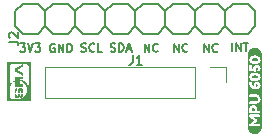
<source format=gbr>
%TF.GenerationSoftware,KiCad,Pcbnew,6.0.1-79c1e3a40b~116~ubuntu20.04.1*%
%TF.CreationDate,2022-02-02T00:48:05+05:30*%
%TF.ProjectId,mpu,6d70752e-6b69-4636-9164-5f7063625858,rev?*%
%TF.SameCoordinates,Original*%
%TF.FileFunction,Legend,Top*%
%TF.FilePolarity,Positive*%
%FSLAX46Y46*%
G04 Gerber Fmt 4.6, Leading zero omitted, Abs format (unit mm)*
G04 Created by KiCad (PCBNEW 6.0.1-79c1e3a40b~116~ubuntu20.04.1) date 2022-02-02 00:48:05*
%MOMM*%
%LPD*%
G01*
G04 APERTURE LIST*
%ADD10C,0.175000*%
%ADD11C,0.150000*%
%ADD12C,0.152400*%
%ADD13C,0.120000*%
G04 APERTURE END LIST*
D10*
X54526666Y-57025301D02*
X54626666Y-57058634D01*
X54793333Y-57058634D01*
X54860000Y-57025301D01*
X54893333Y-56991968D01*
X54926666Y-56925301D01*
X54926666Y-56858634D01*
X54893333Y-56791968D01*
X54860000Y-56758634D01*
X54793333Y-56725301D01*
X54660000Y-56691968D01*
X54593333Y-56658634D01*
X54560000Y-56625301D01*
X54526666Y-56558634D01*
X54526666Y-56491968D01*
X54560000Y-56425301D01*
X54593333Y-56391968D01*
X54660000Y-56358634D01*
X54826666Y-56358634D01*
X54926666Y-56391968D01*
X55626666Y-56991968D02*
X55593333Y-57025301D01*
X55493333Y-57058634D01*
X55426666Y-57058634D01*
X55326666Y-57025301D01*
X55260000Y-56958634D01*
X55226666Y-56891968D01*
X55193333Y-56758634D01*
X55193333Y-56658634D01*
X55226666Y-56525301D01*
X55260000Y-56458634D01*
X55326666Y-56391968D01*
X55426666Y-56358634D01*
X55493333Y-56358634D01*
X55593333Y-56391968D01*
X55626666Y-56425301D01*
X56260000Y-57058634D02*
X55926666Y-57058634D01*
X55926666Y-56358634D01*
X59880000Y-57068634D02*
X59880000Y-56368634D01*
X60280000Y-57068634D01*
X60280000Y-56368634D01*
X61013333Y-57001968D02*
X60980000Y-57035301D01*
X60880000Y-57068634D01*
X60813333Y-57068634D01*
X60713333Y-57035301D01*
X60646666Y-56968634D01*
X60613333Y-56901968D01*
X60580000Y-56768634D01*
X60580000Y-56668634D01*
X60613333Y-56535301D01*
X60646666Y-56468634D01*
X60713333Y-56401968D01*
X60813333Y-56368634D01*
X60880000Y-56368634D01*
X60980000Y-56401968D01*
X61013333Y-56435301D01*
X67286666Y-57038634D02*
X67286666Y-56338634D01*
X67620000Y-57038634D02*
X67620000Y-56338634D01*
X68020000Y-57038634D01*
X68020000Y-56338634D01*
X68253333Y-56338634D02*
X68653333Y-56338634D01*
X68453333Y-57038634D02*
X68453333Y-56338634D01*
X52266666Y-56411968D02*
X52200000Y-56378634D01*
X52100000Y-56378634D01*
X52000000Y-56411968D01*
X51933333Y-56478634D01*
X51900000Y-56545301D01*
X51866666Y-56678634D01*
X51866666Y-56778634D01*
X51900000Y-56911968D01*
X51933333Y-56978634D01*
X52000000Y-57045301D01*
X52100000Y-57078634D01*
X52166666Y-57078634D01*
X52266666Y-57045301D01*
X52300000Y-57011968D01*
X52300000Y-56778634D01*
X52166666Y-56778634D01*
X52600000Y-57078634D02*
X52600000Y-56378634D01*
X53000000Y-57078634D01*
X53000000Y-56378634D01*
X53333333Y-57078634D02*
X53333333Y-56378634D01*
X53500000Y-56378634D01*
X53600000Y-56411968D01*
X53666666Y-56478634D01*
X53700000Y-56545301D01*
X53733333Y-56678634D01*
X53733333Y-56778634D01*
X53700000Y-56911968D01*
X53666666Y-56978634D01*
X53600000Y-57045301D01*
X53500000Y-57078634D01*
X53333333Y-57078634D01*
X64930000Y-57078634D02*
X64930000Y-56378634D01*
X65330000Y-57078634D01*
X65330000Y-56378634D01*
X66063333Y-57011968D02*
X66030000Y-57045301D01*
X65930000Y-57078634D01*
X65863333Y-57078634D01*
X65763333Y-57045301D01*
X65696666Y-56978634D01*
X65663333Y-56911968D01*
X65630000Y-56778634D01*
X65630000Y-56678634D01*
X65663333Y-56545301D01*
X65696666Y-56478634D01*
X65763333Y-56411968D01*
X65863333Y-56378634D01*
X65930000Y-56378634D01*
X66030000Y-56411968D01*
X66063333Y-56445301D01*
X57010000Y-57015301D02*
X57110000Y-57048634D01*
X57276666Y-57048634D01*
X57343333Y-57015301D01*
X57376666Y-56981968D01*
X57410000Y-56915301D01*
X57410000Y-56848634D01*
X57376666Y-56781968D01*
X57343333Y-56748634D01*
X57276666Y-56715301D01*
X57143333Y-56681968D01*
X57076666Y-56648634D01*
X57043333Y-56615301D01*
X57010000Y-56548634D01*
X57010000Y-56481968D01*
X57043333Y-56415301D01*
X57076666Y-56381968D01*
X57143333Y-56348634D01*
X57310000Y-56348634D01*
X57410000Y-56381968D01*
X57710000Y-57048634D02*
X57710000Y-56348634D01*
X57876666Y-56348634D01*
X57976666Y-56381968D01*
X58043333Y-56448634D01*
X58076666Y-56515301D01*
X58110000Y-56648634D01*
X58110000Y-56748634D01*
X58076666Y-56881968D01*
X58043333Y-56948634D01*
X57976666Y-57015301D01*
X57876666Y-57048634D01*
X57710000Y-57048634D01*
X58376666Y-56848634D02*
X58710000Y-56848634D01*
X58310000Y-57048634D02*
X58543333Y-56348634D01*
X58776666Y-57048634D01*
X62380000Y-57068634D02*
X62380000Y-56368634D01*
X62780000Y-57068634D01*
X62780000Y-56368634D01*
X63513333Y-57001968D02*
X63480000Y-57035301D01*
X63380000Y-57068634D01*
X63313333Y-57068634D01*
X63213333Y-57035301D01*
X63146666Y-56968634D01*
X63113333Y-56901968D01*
X63080000Y-56768634D01*
X63080000Y-56668634D01*
X63113333Y-56535301D01*
X63146666Y-56468634D01*
X63213333Y-56401968D01*
X63313333Y-56368634D01*
X63380000Y-56368634D01*
X63480000Y-56401968D01*
X63513333Y-56435301D01*
X49353333Y-56358634D02*
X49786666Y-56358634D01*
X49553333Y-56625301D01*
X49653333Y-56625301D01*
X49720000Y-56658634D01*
X49753333Y-56691968D01*
X49786666Y-56758634D01*
X49786666Y-56925301D01*
X49753333Y-56991968D01*
X49720000Y-57025301D01*
X49653333Y-57058634D01*
X49453333Y-57058634D01*
X49386666Y-57025301D01*
X49353333Y-56991968D01*
X49986666Y-56358634D02*
X50220000Y-57058634D01*
X50453333Y-56358634D01*
X50620000Y-56358634D02*
X51053333Y-56358634D01*
X50820000Y-56625301D01*
X50920000Y-56625301D01*
X50986666Y-56658634D01*
X51020000Y-56691968D01*
X51053333Y-56758634D01*
X51053333Y-56925301D01*
X51020000Y-56991968D01*
X50986666Y-57025301D01*
X50920000Y-57058634D01*
X50720000Y-57058634D01*
X50653333Y-57025301D01*
X50620000Y-56991968D01*
D11*
%TO.C,J2*%
X48381904Y-56215420D02*
X48953333Y-56215420D01*
X49067619Y-56253515D01*
X49143809Y-56329706D01*
X49181904Y-56443991D01*
X49181904Y-56520182D01*
X48458095Y-55872563D02*
X48420000Y-55834468D01*
X48381904Y-55758277D01*
X48381904Y-55567801D01*
X48420000Y-55491610D01*
X48458095Y-55453515D01*
X48534285Y-55415420D01*
X48610476Y-55415420D01*
X48724761Y-55453515D01*
X49181904Y-55910658D01*
X49181904Y-55415420D01*
%TO.C,J1*%
X58863333Y-57363872D02*
X58863333Y-57935301D01*
X58825238Y-58049587D01*
X58749047Y-58125777D01*
X58634761Y-58163872D01*
X58558571Y-58163872D01*
X59663333Y-58163872D02*
X59206190Y-58163872D01*
X59434761Y-58163872D02*
X59434761Y-57363872D01*
X59358571Y-57478158D01*
X59282380Y-57554348D01*
X59206190Y-57592444D01*
%TO.C,kibuzzard-61F904D7*%
G36*
X69174280Y-61805798D02*
G01*
X69202220Y-61880728D01*
X69202220Y-62040748D01*
X68977430Y-62040748D01*
X68977430Y-61881998D01*
X69006005Y-61805798D01*
X69090460Y-61768968D01*
X69174280Y-61805798D01*
G37*
G36*
X69335253Y-59051724D02*
G01*
X69413040Y-59076251D01*
X69459713Y-59117129D01*
X69475270Y-59174358D01*
X69459276Y-59230476D01*
X69411294Y-59270561D01*
X69331323Y-59294611D01*
X69219365Y-59302628D01*
X69107407Y-59294532D01*
X69027436Y-59270243D01*
X68979454Y-59229762D01*
X68963460Y-59173088D01*
X68979414Y-59116414D01*
X69027277Y-59075933D01*
X69107049Y-59051644D01*
X69218730Y-59043548D01*
X69226350Y-59043548D01*
X69335253Y-59051724D01*
G37*
G36*
X69335253Y-57606464D02*
G01*
X69413040Y-57630991D01*
X69459713Y-57671869D01*
X69475270Y-57729098D01*
X69459276Y-57785216D01*
X69411294Y-57825301D01*
X69331323Y-57849351D01*
X69219365Y-57857368D01*
X69107407Y-57849272D01*
X69027436Y-57824983D01*
X68979454Y-57784502D01*
X68963460Y-57727828D01*
X68979414Y-57671154D01*
X69027277Y-57630673D01*
X69107049Y-57606384D01*
X69218730Y-57598288D01*
X69226350Y-57598288D01*
X69335253Y-57606464D01*
G37*
G36*
X68635664Y-57263029D02*
G01*
X68644119Y-57206031D01*
X68658120Y-57150137D01*
X68677532Y-57095884D01*
X68702168Y-57043794D01*
X68731792Y-56994371D01*
X68766117Y-56948089D01*
X68804813Y-56905394D01*
X68847508Y-56866698D01*
X68893790Y-56832373D01*
X68943213Y-56802750D01*
X68995302Y-56778113D01*
X69049555Y-56758701D01*
X69105450Y-56744700D01*
X69162448Y-56736245D01*
X69220000Y-56733418D01*
X69277552Y-56736245D01*
X69334550Y-56744700D01*
X69390445Y-56758701D01*
X69444698Y-56778113D01*
X69496787Y-56802750D01*
X69546210Y-56832373D01*
X69592492Y-56866698D01*
X69635187Y-56905394D01*
X69673883Y-56948089D01*
X69708208Y-56994371D01*
X69737832Y-57043794D01*
X69762468Y-57095884D01*
X69781880Y-57150137D01*
X69795881Y-57206031D01*
X69804336Y-57263029D01*
X69807163Y-57320581D01*
X69807163Y-63423355D01*
X69804336Y-63480907D01*
X69795881Y-63537905D01*
X69781880Y-63593799D01*
X69762468Y-63648052D01*
X69737832Y-63700142D01*
X69708208Y-63749565D01*
X69673883Y-63795847D01*
X69635187Y-63838542D01*
X69592492Y-63877238D01*
X69546210Y-63911563D01*
X69496787Y-63941186D01*
X69444698Y-63965823D01*
X69390445Y-63985235D01*
X69334550Y-63999236D01*
X69277552Y-64007691D01*
X69220000Y-64010518D01*
X69162448Y-64007691D01*
X69105450Y-63999236D01*
X69049555Y-63985235D01*
X68995302Y-63965823D01*
X68943213Y-63941186D01*
X68893790Y-63911563D01*
X68847508Y-63877238D01*
X68804813Y-63838542D01*
X68766117Y-63795847D01*
X68731792Y-63749565D01*
X68702168Y-63700142D01*
X68677532Y-63648052D01*
X68658120Y-63593799D01*
X68644119Y-63537905D01*
X68635664Y-63480907D01*
X68632837Y-63423355D01*
X68632837Y-63257408D01*
X68753910Y-63257408D01*
X68762165Y-63322178D01*
X68786930Y-63356468D01*
X68820585Y-63368533D01*
X68864400Y-63370438D01*
X69569250Y-63370438D01*
X69614970Y-63368533D01*
X69647990Y-63356468D01*
X69673708Y-63322813D01*
X69682280Y-63259948D01*
X69673708Y-63195178D01*
X69647990Y-63160888D01*
X69615605Y-63148823D01*
X69571790Y-63146918D01*
X69143800Y-63146918D01*
X69175391Y-63123423D01*
X69254925Y-63065638D01*
X69340491Y-63003091D01*
X69390180Y-62965308D01*
X69404150Y-62955148D01*
X69430185Y-62921493D01*
X69443520Y-62869423D01*
X69428915Y-62816083D01*
X69406055Y-62784968D01*
X69376210Y-62762108D01*
X69338586Y-62734486D01*
X69268895Y-62684638D01*
X69194759Y-62630981D01*
X69143800Y-62591928D01*
X69569250Y-62591928D01*
X69635290Y-62585578D01*
X69660690Y-62567798D01*
X69675930Y-62534778D01*
X69682280Y-62476358D01*
X69674660Y-62415398D01*
X69641323Y-62379203D01*
X69571790Y-62367138D01*
X68866940Y-62367138D01*
X68822490Y-62369043D01*
X68788200Y-62381108D01*
X68762482Y-62414604D01*
X68753910Y-62479533D01*
X68762482Y-62545414D01*
X68788200Y-62581768D01*
X68832548Y-62616464D01*
X68892442Y-62662642D01*
X68967880Y-62720300D01*
X69058862Y-62789438D01*
X69165390Y-62870058D01*
X68786930Y-63158348D01*
X68779310Y-63165968D01*
X68762165Y-63198353D01*
X68753910Y-63257408D01*
X68632837Y-63257408D01*
X68632837Y-62152508D01*
X68752640Y-62152508D01*
X68761212Y-62217913D01*
X68786930Y-62251568D01*
X68820585Y-62263633D01*
X68864400Y-62265538D01*
X69569250Y-62265538D01*
X69635290Y-62257918D01*
X69670533Y-62224263D01*
X69682280Y-62153778D01*
X69673708Y-62088373D01*
X69647990Y-62054718D01*
X69614335Y-62042653D01*
X69570520Y-62040748D01*
X69427010Y-62040748D01*
X69427010Y-61881998D01*
X69417979Y-61807491D01*
X69390886Y-61734678D01*
X69345730Y-61663558D01*
X69299534Y-61616251D01*
X69239685Y-61578468D01*
X69169041Y-61553703D01*
X69090460Y-61545448D01*
X69011720Y-61553703D01*
X68940600Y-61578468D01*
X68880275Y-61616251D01*
X68833920Y-61663558D01*
X68788764Y-61734537D01*
X68761671Y-61806927D01*
X68752640Y-61880728D01*
X68752640Y-62152508D01*
X68632837Y-62152508D01*
X68632837Y-61349868D01*
X68751370Y-61349868D01*
X68758990Y-61414638D01*
X68785660Y-61448928D01*
X68819315Y-61460993D01*
X68864400Y-61462898D01*
X69246670Y-61462898D01*
X69329538Y-61456469D01*
X69407960Y-61437181D01*
X69481938Y-61405034D01*
X69551470Y-61360028D01*
X69611160Y-61303037D01*
X69658150Y-61231123D01*
X69688630Y-61147303D01*
X69698790Y-61054593D01*
X69688789Y-60961724D01*
X69658785Y-60877428D01*
X69612589Y-60804721D01*
X69554010Y-60746618D01*
X69483525Y-60701057D01*
X69409230Y-60668513D01*
X69331125Y-60648987D01*
X69249210Y-60642478D01*
X68865670Y-60642478D01*
X68799630Y-60650098D01*
X68772960Y-60666608D01*
X68757720Y-60699628D01*
X68751370Y-60757413D01*
X68758990Y-60817738D01*
X68786930Y-60854568D01*
X68856780Y-60867268D01*
X69245400Y-60867268D01*
X69330173Y-60878698D01*
X69404150Y-60912988D01*
X69455585Y-60970456D01*
X69472730Y-61051418D01*
X69451140Y-61141588D01*
X69393990Y-61198738D01*
X69322235Y-61227313D01*
X69246670Y-61236838D01*
X68865670Y-61236838D01*
X68785660Y-61252078D01*
X68758990Y-61285098D01*
X68751370Y-61349868D01*
X68632837Y-61349868D01*
X68632837Y-59724268D01*
X68752640Y-59724268D01*
X68759142Y-59815733D01*
X68778650Y-59899122D01*
X68811162Y-59974433D01*
X68856678Y-60041666D01*
X68915200Y-60100823D01*
X68983424Y-60150429D01*
X69058050Y-60189012D01*
X69139076Y-60216571D01*
X69226502Y-60233106D01*
X69320330Y-60238618D01*
X69425246Y-60229305D01*
X69516474Y-60201365D01*
X69594015Y-60154798D01*
X69652929Y-60089887D01*
X69688277Y-60006914D01*
X69700060Y-59905878D01*
X69690464Y-59822975D01*
X69661678Y-59748680D01*
X69613700Y-59682993D01*
X69551470Y-59631840D01*
X69479927Y-59601149D01*
X69399070Y-59590918D01*
X69331972Y-59600866D01*
X69269530Y-59630711D01*
X69211745Y-59680453D01*
X69165531Y-59744165D01*
X69137803Y-59815920D01*
X69128560Y-59895718D01*
X69150150Y-59989698D01*
X69132370Y-59983348D01*
X69087920Y-59959853D01*
X69038390Y-59914768D01*
X68995210Y-59837933D01*
X68977430Y-59736968D01*
X68969810Y-59663308D01*
X68953300Y-59637908D01*
X68920280Y-59622668D01*
X68861860Y-59616318D01*
X68800900Y-59623938D01*
X68764705Y-59653783D01*
X68752640Y-59724268D01*
X68632837Y-59724268D01*
X68632837Y-59173088D01*
X68738670Y-59173088D01*
X68747401Y-59255479D01*
X68773595Y-59327393D01*
X68812647Y-59386607D01*
X68859955Y-59430898D01*
X68921074Y-59465982D01*
X69001560Y-59497573D01*
X69065766Y-59514154D01*
X69138156Y-59524102D01*
X69218730Y-59527418D01*
X69307771Y-59523326D01*
X69390321Y-59511049D01*
X69466380Y-59490588D01*
X69530198Y-59463124D01*
X69584490Y-59428993D01*
X69630051Y-59384226D01*
X69667675Y-59324853D01*
X69692916Y-59253257D01*
X69701330Y-59171818D01*
X69693075Y-59090697D01*
X69668310Y-59020053D01*
X69630845Y-58961792D01*
X69584490Y-58917818D01*
X69511227Y-58874479D01*
X69426058Y-58843523D01*
X69328982Y-58824949D01*
X69220000Y-58818758D01*
X69136039Y-58822991D01*
X69055182Y-58835691D01*
X68977430Y-58856858D01*
X68913295Y-58883369D01*
X68858050Y-58917183D01*
X68811377Y-58961633D01*
X68772960Y-59020053D01*
X68747242Y-59091014D01*
X68738670Y-59173088D01*
X68632837Y-59173088D01*
X68632837Y-58588888D01*
X68750100Y-58588888D01*
X68762165Y-58640323D01*
X68789470Y-58673343D01*
X68823760Y-58691758D01*
X68850430Y-58700648D01*
X68903135Y-58707951D01*
X69046010Y-58727318D01*
X69191107Y-58746368D01*
X69250480Y-58752718D01*
X69281595Y-58738748D01*
X69320330Y-58679693D01*
X69344460Y-58599683D01*
X69315250Y-58530468D01*
X69292390Y-58469508D01*
X69317155Y-58401563D01*
X69384465Y-58371718D01*
X69451140Y-58399023D01*
X69475270Y-58482843D01*
X69448600Y-58562218D01*
X69407960Y-58647308D01*
X69449870Y-58720968D01*
X69532420Y-58767958D01*
X69608620Y-58719698D01*
X69617510Y-58709538D01*
X69641640Y-58677788D01*
X69674801Y-58611748D01*
X69694698Y-58540628D01*
X69701330Y-58464428D01*
X69690817Y-58378774D01*
X69659279Y-58302997D01*
X69606715Y-58237098D01*
X69539546Y-58186298D01*
X69464193Y-58155818D01*
X69380655Y-58145658D01*
X69297541Y-58156382D01*
X69223457Y-58188556D01*
X69158405Y-58242178D01*
X69107958Y-58309206D01*
X69077689Y-58381596D01*
X69067600Y-58459348D01*
X69070140Y-58503798D01*
X68973620Y-58491098D01*
X68973620Y-58268848D01*
X68971715Y-58227573D01*
X68959650Y-58196458D01*
X68928217Y-58172646D01*
X68866940Y-58164708D01*
X68799630Y-58173281D01*
X68765340Y-58198998D01*
X68753275Y-58232018D01*
X68751370Y-58276468D01*
X68751370Y-58395848D01*
X68750100Y-58588888D01*
X68632837Y-58588888D01*
X68632837Y-57727828D01*
X68738670Y-57727828D01*
X68747401Y-57810219D01*
X68773595Y-57882133D01*
X68812647Y-57941347D01*
X68859955Y-57985638D01*
X68921074Y-58020722D01*
X69001560Y-58052313D01*
X69065766Y-58068894D01*
X69138156Y-58078842D01*
X69218730Y-58082158D01*
X69307771Y-58078066D01*
X69390321Y-58065789D01*
X69466380Y-58045328D01*
X69530198Y-58017864D01*
X69584490Y-57983733D01*
X69630051Y-57938966D01*
X69667675Y-57879593D01*
X69692916Y-57807997D01*
X69701330Y-57726558D01*
X69693075Y-57645437D01*
X69668310Y-57574793D01*
X69630845Y-57516532D01*
X69584490Y-57472558D01*
X69511227Y-57429219D01*
X69426058Y-57398263D01*
X69328982Y-57379689D01*
X69220000Y-57373498D01*
X69136039Y-57377731D01*
X69055182Y-57390431D01*
X68977430Y-57411598D01*
X68913295Y-57438109D01*
X68858050Y-57471923D01*
X68811377Y-57516373D01*
X68772960Y-57574793D01*
X68747242Y-57645754D01*
X68738670Y-57727828D01*
X68632837Y-57727828D01*
X68632837Y-57320581D01*
X68635664Y-57263029D01*
G37*
G36*
X69470508Y-59837616D02*
G01*
X69491780Y-59910958D01*
X69462570Y-59992238D01*
X69434630Y-60004303D01*
X69397800Y-60007478D01*
X69350175Y-59981443D01*
X69326680Y-59906513D01*
X69352080Y-59835393D01*
X69406690Y-59813168D01*
X69470508Y-59837616D01*
G37*
%TO.C,G\u002A\u002A\u002A*%
G36*
X49313099Y-60172372D02*
G01*
X49335855Y-60172372D01*
X49335855Y-60154672D01*
X49351026Y-60154672D01*
X49351026Y-60172372D01*
X49423088Y-60172372D01*
X49423088Y-60154672D01*
X49439524Y-60154672D01*
X49439524Y-60172372D01*
X49457781Y-60172372D01*
X49464981Y-60172457D01*
X49470776Y-60172697D01*
X49474810Y-60173069D01*
X49476730Y-60173548D01*
X49476819Y-60173636D01*
X49478389Y-60174269D01*
X49481762Y-60174722D01*
X49486216Y-60174900D01*
X49495030Y-60174900D01*
X49495406Y-60182802D01*
X49495783Y-60190703D01*
X49504892Y-60191074D01*
X49514001Y-60191444D01*
X49514374Y-60199923D01*
X49514746Y-60208403D01*
X49523280Y-60208777D01*
X49531814Y-60209150D01*
X49531814Y-60216575D01*
X49531916Y-60221977D01*
X49532477Y-60225337D01*
X49533877Y-60227137D01*
X49536497Y-60227863D01*
X49540719Y-60227999D01*
X49540799Y-60227999D01*
X49545036Y-60228114D01*
X49547305Y-60228570D01*
X49548159Y-60229532D01*
X49548230Y-60230211D01*
X49548301Y-60232132D01*
X49548512Y-60236136D01*
X49548836Y-60241784D01*
X49549249Y-60248637D01*
X49549717Y-60256128D01*
X49551223Y-60279833D01*
X49567213Y-60279833D01*
X49567213Y-60514983D01*
X49498505Y-60514983D01*
X49485133Y-60514968D01*
X49472186Y-60514924D01*
X49459949Y-60514855D01*
X49448705Y-60514763D01*
X49438739Y-60514651D01*
X49430334Y-60514522D01*
X49423775Y-60514380D01*
X49419346Y-60514226D01*
X49418226Y-60514161D01*
X49406653Y-60513340D01*
X49406661Y-60465172D01*
X49406621Y-60453214D01*
X49406505Y-60441051D01*
X49406323Y-60429155D01*
X49406084Y-60417999D01*
X49405798Y-60408053D01*
X49405476Y-60399789D01*
X49405199Y-60394741D01*
X49403731Y-60372478D01*
X49391601Y-60371675D01*
X49382307Y-60371228D01*
X49371323Y-60370969D01*
X49359480Y-60370898D01*
X49347610Y-60371015D01*
X49336545Y-60371320D01*
X49329099Y-60371683D01*
X49315627Y-60372507D01*
X49315627Y-60379165D01*
X49315508Y-60384345D01*
X49314850Y-60387500D01*
X49313200Y-60389130D01*
X49310105Y-60389737D01*
X49306010Y-60389822D01*
X49297928Y-60389822D01*
X49297708Y-60398988D01*
X49297664Y-60402690D01*
X49297649Y-60408486D01*
X49297663Y-60415943D01*
X49297704Y-60424626D01*
X49297771Y-60434102D01*
X49297861Y-60443936D01*
X49297864Y-60444185D01*
X49297930Y-60454603D01*
X49297922Y-60465202D01*
X49297845Y-60475423D01*
X49297706Y-60484710D01*
X49297509Y-60492506D01*
X49297299Y-60497599D01*
X49296359Y-60514983D01*
X49152921Y-60514983D01*
X49152104Y-60502656D01*
X49151944Y-60498868D01*
X49151801Y-60492804D01*
X49151676Y-60484719D01*
X49151570Y-60474864D01*
X49151481Y-60463494D01*
X49151411Y-60450861D01*
X49151358Y-60437219D01*
X49151324Y-60422821D01*
X49151308Y-60407920D01*
X49151310Y-60392770D01*
X49151330Y-60377623D01*
X49151368Y-60362732D01*
X49151424Y-60348352D01*
X49151498Y-60334734D01*
X49151590Y-60322133D01*
X49151700Y-60310801D01*
X49151828Y-60300992D01*
X49151974Y-60292959D01*
X49152111Y-60287734D01*
X49152941Y-60262133D01*
X49171219Y-60262133D01*
X49172135Y-60244434D01*
X49173052Y-60226734D01*
X49189203Y-60226734D01*
X49189203Y-60219252D01*
X49189298Y-60213835D01*
X49189856Y-60210462D01*
X49191280Y-60208650D01*
X49193977Y-60207914D01*
X49198351Y-60207771D01*
X49206902Y-60207771D01*
X49206902Y-60199688D01*
X49207016Y-60195151D01*
X49207682Y-60192326D01*
X49209383Y-60190807D01*
X49212602Y-60190191D01*
X49217824Y-60190071D01*
X49225866Y-60190071D01*
X49225866Y-60174020D01*
X49239337Y-60173196D01*
X49245408Y-60172909D01*
X49253190Y-60172665D01*
X49261865Y-60172484D01*
X49270615Y-60172385D01*
X49274736Y-60172372D01*
X49296664Y-60172372D01*
X49296664Y-60154672D01*
X49313099Y-60154672D01*
X49313099Y-60172372D01*
G37*
G36*
X49439524Y-60637591D02*
G01*
X49566580Y-60638247D01*
X49567226Y-60874029D01*
X49551162Y-60874029D01*
X49550337Y-60887500D01*
X49549965Y-60894933D01*
X49549680Y-60903179D01*
X49549527Y-60910842D01*
X49549513Y-60913360D01*
X49549513Y-60925748D01*
X49540979Y-60926122D01*
X49532446Y-60926495D01*
X49532074Y-60935661D01*
X49531703Y-60944827D01*
X49515494Y-60944827D01*
X49515120Y-60953361D01*
X49514746Y-60961894D01*
X49505897Y-60962526D01*
X49497047Y-60963159D01*
X49496415Y-60972640D01*
X49495783Y-60982122D01*
X49432254Y-60982450D01*
X49368726Y-60982778D01*
X49368726Y-60962526D01*
X49353555Y-60962526D01*
X49353555Y-60801967D01*
X49361005Y-60801967D01*
X49365268Y-60801835D01*
X49367913Y-60801115D01*
X49369325Y-60799320D01*
X49369888Y-60795965D01*
X49369990Y-60790638D01*
X49369990Y-60783308D01*
X49403754Y-60781500D01*
X49405362Y-60756651D01*
X49405886Y-60746300D01*
X49406269Y-60733812D01*
X49406505Y-60719574D01*
X49406589Y-60703972D01*
X49406513Y-60687394D01*
X49406496Y-60685656D01*
X49406021Y-60639511D01*
X49414871Y-60638879D01*
X49423720Y-60638247D01*
X49424097Y-60630345D01*
X49424473Y-60622444D01*
X49439524Y-60622444D01*
X49439524Y-60637591D01*
G37*
G36*
X48259981Y-57930861D02*
G01*
X50260020Y-57930861D01*
X50260020Y-61233075D01*
X48259981Y-61233075D01*
X48259981Y-60800703D01*
X48453410Y-60800703D01*
X48468276Y-60800703D01*
X48469039Y-60818718D01*
X48469395Y-60827140D01*
X48469804Y-60836902D01*
X48470218Y-60846815D01*
X48470586Y-60855692D01*
X48470599Y-60856014D01*
X48471396Y-60875293D01*
X48486026Y-60875293D01*
X48486870Y-60891413D01*
X48487228Y-60897641D01*
X48487596Y-60903012D01*
X48487934Y-60906987D01*
X48488200Y-60909031D01*
X48488222Y-60909112D01*
X48489845Y-60910132D01*
X48493803Y-60910639D01*
X48496247Y-60910692D01*
X48503765Y-60910692D01*
X48504524Y-60919226D01*
X48505071Y-60925449D01*
X48505662Y-60932302D01*
X48506000Y-60936293D01*
X48506716Y-60944827D01*
X48525473Y-60944827D01*
X48525473Y-60962411D01*
X48534006Y-60962785D01*
X48542540Y-60963159D01*
X48543804Y-60983387D01*
X48552279Y-60983759D01*
X48560754Y-60984132D01*
X48561504Y-60999822D01*
X48569981Y-61000194D01*
X48578458Y-61000567D01*
X48578830Y-61009044D01*
X48579203Y-61017521D01*
X48588053Y-61018153D01*
X48596903Y-61018786D01*
X48597649Y-61034336D01*
X48631669Y-61036158D01*
X48631669Y-61052288D01*
X48638307Y-61052463D01*
X48641874Y-61052571D01*
X48647356Y-61052753D01*
X48654139Y-61052989D01*
X48661612Y-61053257D01*
X48665804Y-61053411D01*
X48686664Y-61054184D01*
X48687035Y-61061893D01*
X48687407Y-61069602D01*
X48716113Y-61070476D01*
X48720535Y-61070569D01*
X48727325Y-61070655D01*
X48736321Y-61070734D01*
X48747362Y-61070806D01*
X48760286Y-61070870D01*
X48774934Y-61070928D01*
X48791143Y-61070979D01*
X48808753Y-61071022D01*
X48827602Y-61071059D01*
X48847530Y-61071090D01*
X48868375Y-61071113D01*
X48889975Y-61071130D01*
X48912171Y-61071140D01*
X48934800Y-61071143D01*
X48957702Y-61071140D01*
X48980715Y-61071131D01*
X49003679Y-61071115D01*
X49026432Y-61071092D01*
X49048813Y-61071064D01*
X49070661Y-61071029D01*
X49091815Y-61070988D01*
X49112113Y-61070941D01*
X49131395Y-61070888D01*
X49149500Y-61070829D01*
X49166265Y-61070763D01*
X49181531Y-61070692D01*
X49195136Y-61070615D01*
X49206919Y-61070533D01*
X49216718Y-61070444D01*
X49224373Y-61070350D01*
X49227446Y-61070299D01*
X49262529Y-61069639D01*
X49262529Y-61055198D01*
X49274855Y-61054382D01*
X49280854Y-61054075D01*
X49288470Y-61053819D01*
X49296791Y-61053638D01*
X49304908Y-61053556D01*
X49306145Y-61053553D01*
X49314395Y-61053487D01*
X49323241Y-61053315D01*
X49331678Y-61053064D01*
X49338700Y-61052757D01*
X49339332Y-61052721D01*
X49353555Y-61051902D01*
X49353555Y-61037496D01*
X49365127Y-61036674D01*
X49371863Y-61036281D01*
X49379118Y-61035990D01*
X49385495Y-61035856D01*
X49386423Y-61035853D01*
X49392101Y-61035768D01*
X49399146Y-61035540D01*
X49406400Y-61035211D01*
X49409617Y-61035029D01*
X49423088Y-61034204D01*
X49423088Y-61018153D01*
X49439420Y-61018153D01*
X49445741Y-61018096D01*
X49451252Y-61017940D01*
X49455401Y-61017708D01*
X49457639Y-61017422D01*
X49457752Y-61017386D01*
X49458974Y-61016187D01*
X49459597Y-61013450D01*
X49459752Y-61009349D01*
X49459752Y-61002080D01*
X49472078Y-61001293D01*
X49478927Y-61000863D01*
X49487006Y-61000366D01*
X49495019Y-60999882D01*
X49498627Y-60999668D01*
X49512850Y-60998830D01*
X49512850Y-60982861D01*
X49522648Y-60982492D01*
X49532446Y-60982122D01*
X49533184Y-60964002D01*
X49541665Y-60963245D01*
X49547854Y-60962700D01*
X49554684Y-60962110D01*
X49558679Y-60961771D01*
X49567213Y-60961055D01*
X49567213Y-60945132D01*
X49601347Y-60943304D01*
X49601347Y-60936101D01*
X49601600Y-60931883D01*
X49602250Y-60928616D01*
X49602864Y-60927380D01*
X49604920Y-60926553D01*
X49608702Y-60926009D01*
X49612346Y-60925863D01*
X49620311Y-60925863D01*
X49620311Y-60909544D01*
X49628845Y-60909170D01*
X49637378Y-60908796D01*
X49638010Y-60900578D01*
X49638643Y-60892361D01*
X49656604Y-60891271D01*
X49674565Y-60890182D01*
X49674935Y-60881790D01*
X49675306Y-60873397D01*
X49683783Y-60873024D01*
X49692260Y-60872652D01*
X49692633Y-60864175D01*
X49693005Y-60855698D01*
X49701482Y-60855325D01*
X49709960Y-60854952D01*
X49710332Y-60846475D01*
X49710705Y-60837998D01*
X49719238Y-60837624D01*
X49727772Y-60837250D01*
X49727772Y-60829165D01*
X49727956Y-60824865D01*
X49728436Y-60821647D01*
X49729036Y-60820299D01*
X49729669Y-60818729D01*
X49730123Y-60815355D01*
X49730300Y-60810902D01*
X49730301Y-60810802D01*
X49730301Y-60802088D01*
X49738202Y-60801711D01*
X49746104Y-60801335D01*
X49746474Y-60792226D01*
X49746844Y-60783116D01*
X49755324Y-60782744D01*
X49763803Y-60782371D01*
X49764177Y-60773838D01*
X49764551Y-60765304D01*
X49780870Y-60765304D01*
X49780870Y-60756529D01*
X49781040Y-60752044D01*
X49781486Y-60748624D01*
X49782113Y-60746987D01*
X49782135Y-60746972D01*
X49782814Y-60745380D01*
X49783272Y-60742057D01*
X49783399Y-60738740D01*
X49783399Y-60731290D01*
X49791300Y-60730913D01*
X49799202Y-60730537D01*
X49800466Y-60711573D01*
X49809505Y-60711204D01*
X49818545Y-60710836D01*
X49819456Y-60693821D01*
X49820367Y-60676807D01*
X49836238Y-60676807D01*
X49837084Y-60659423D01*
X49837428Y-60652955D01*
X49837784Y-60647339D01*
X49838114Y-60643086D01*
X49838382Y-60640711D01*
X49838438Y-60640459D01*
X49840061Y-60639439D01*
X49844011Y-60638932D01*
X49846430Y-60638879D01*
X49853913Y-60638879D01*
X49854829Y-60621180D01*
X49855745Y-60603480D01*
X49871451Y-60603480D01*
X49872957Y-60579776D01*
X49873432Y-60572167D01*
X49873844Y-60565330D01*
X49874166Y-60559705D01*
X49874375Y-60555731D01*
X49874444Y-60553858D01*
X49874824Y-60552596D01*
X49876363Y-60551921D01*
X49879615Y-60551667D01*
X49881817Y-60551646D01*
X49889209Y-60551646D01*
X49890029Y-60537423D01*
X49890391Y-60529825D01*
X49890672Y-60521396D01*
X49890832Y-60513487D01*
X49890854Y-60510242D01*
X49890860Y-60497283D01*
X49906893Y-60497283D01*
X49907723Y-60469786D01*
X49907983Y-60460349D01*
X49908210Y-60450517D01*
X49908390Y-60441012D01*
X49908510Y-60432557D01*
X49908556Y-60425875D01*
X49908556Y-60425641D01*
X49908614Y-60419260D01*
X49908768Y-60413689D01*
X49908997Y-60409472D01*
X49909279Y-60407152D01*
X49909327Y-60406993D01*
X49910502Y-60405784D01*
X49913187Y-60405160D01*
X49917524Y-60404993D01*
X49924955Y-60404993D01*
X49925312Y-60369910D01*
X49925422Y-60359471D01*
X49925542Y-60348716D01*
X49925666Y-60338246D01*
X49925785Y-60328660D01*
X49925893Y-60320559D01*
X49925962Y-60315864D01*
X49926006Y-60310295D01*
X49926007Y-60302605D01*
X49925965Y-60293203D01*
X49925886Y-60282496D01*
X49925771Y-60270891D01*
X49925625Y-60258797D01*
X49925449Y-60246620D01*
X49925419Y-60244750D01*
X49924583Y-60192600D01*
X49917339Y-60192600D01*
X49912826Y-60192397D01*
X49910303Y-60191705D01*
X49909327Y-60190600D01*
X49909054Y-60188670D01*
X49908823Y-60184719D01*
X49908654Y-60179255D01*
X49908565Y-60172786D01*
X49908556Y-60170056D01*
X49908509Y-60162547D01*
X49908380Y-60153354D01*
X49908186Y-60143320D01*
X49907941Y-60133289D01*
X49907723Y-60125911D01*
X49906894Y-60100310D01*
X49890860Y-60100310D01*
X49890854Y-60087351D01*
X49890767Y-60080179D01*
X49890540Y-60071834D01*
X49890212Y-60063665D01*
X49890029Y-60060170D01*
X49889209Y-60045947D01*
X49874803Y-60045947D01*
X49874019Y-60034885D01*
X49873627Y-60029017D01*
X49873169Y-60021646D01*
X49872709Y-60013795D01*
X49872372Y-60007703D01*
X49871511Y-59991584D01*
X49855745Y-59991584D01*
X49854832Y-59973942D01*
X49853918Y-59956299D01*
X49838394Y-59955553D01*
X49837288Y-59938170D01*
X49836183Y-59920786D01*
X49820367Y-59920786D01*
X49819456Y-59903772D01*
X49818545Y-59886757D01*
X49809505Y-59886388D01*
X49800466Y-59886020D01*
X49799202Y-59867056D01*
X49791300Y-59866680D01*
X49783399Y-59866303D01*
X49783399Y-59858853D01*
X49783200Y-59854729D01*
X49782684Y-59851706D01*
X49782135Y-59850621D01*
X49781541Y-59849071D01*
X49781097Y-59845657D01*
X49780880Y-59841044D01*
X49780870Y-59839800D01*
X49780870Y-59829761D01*
X49764551Y-59829761D01*
X49763803Y-59812693D01*
X49755324Y-59812321D01*
X49746844Y-59811948D01*
X49746104Y-59793730D01*
X49738202Y-59793353D01*
X49730301Y-59792977D01*
X49730301Y-59785526D01*
X49730101Y-59781402D01*
X49729586Y-59778379D01*
X49729036Y-59777294D01*
X49728382Y-59775714D01*
X49727925Y-59772364D01*
X49727772Y-59768428D01*
X49727772Y-59760342D01*
X49719238Y-59759969D01*
X49710705Y-59759595D01*
X49710332Y-59751118D01*
X49709960Y-59742640D01*
X49701482Y-59742268D01*
X49693005Y-59741895D01*
X49692633Y-59733418D01*
X49692260Y-59724941D01*
X49683783Y-59724568D01*
X49675306Y-59724196D01*
X49674935Y-59715803D01*
X49674565Y-59707411D01*
X49656604Y-59706321D01*
X49638643Y-59705232D01*
X49638010Y-59697015D01*
X49637378Y-59688797D01*
X49628845Y-59688423D01*
X49620311Y-59688049D01*
X49620311Y-59669201D01*
X49612829Y-59669201D01*
X49607412Y-59669104D01*
X49604038Y-59668547D01*
X49602226Y-59667131D01*
X49601490Y-59664455D01*
X49601348Y-59660120D01*
X49601347Y-59659714D01*
X49601347Y-59651761D01*
X49584334Y-59650849D01*
X49567321Y-59649938D01*
X49566951Y-59641554D01*
X49566580Y-59633170D01*
X49549886Y-59632083D01*
X49533191Y-59630995D01*
X49532819Y-59623233D01*
X49532446Y-59615471D01*
X49522964Y-59614838D01*
X49513482Y-59614206D01*
X49513109Y-59606423D01*
X49512735Y-59598639D01*
X49474923Y-59596815D01*
X49474923Y-59580704D01*
X49463228Y-59580698D01*
X49456704Y-59580613D01*
X49448897Y-59580390D01*
X49441048Y-59580069D01*
X49437311Y-59579873D01*
X49423088Y-59579053D01*
X49423088Y-59563271D01*
X49403176Y-59562444D01*
X49394708Y-59562119D01*
X49385589Y-59561815D01*
X49376811Y-59561560D01*
X49369365Y-59561386D01*
X49368094Y-59561363D01*
X49352923Y-59561108D01*
X49352600Y-59685811D01*
X49352278Y-59810514D01*
X49368404Y-59811227D01*
X49372527Y-59811353D01*
X49378911Y-59811471D01*
X49387286Y-59811581D01*
X49397385Y-59811679D01*
X49408938Y-59811765D01*
X49421676Y-59811836D01*
X49435332Y-59811891D01*
X49449638Y-59811926D01*
X49464323Y-59811941D01*
X49466705Y-59811942D01*
X49481179Y-59811943D01*
X49495123Y-59811946D01*
X49508297Y-59811950D01*
X49520456Y-59811956D01*
X49531360Y-59811963D01*
X49540765Y-59811971D01*
X49548429Y-59811980D01*
X49554110Y-59811989D01*
X49557566Y-59812000D01*
X49558054Y-59812002D01*
X49567228Y-59812061D01*
X49566904Y-59911621D01*
X49566580Y-60011180D01*
X49189835Y-60011180D01*
X49189464Y-60002073D01*
X49189094Y-59992966D01*
X49181247Y-59992591D01*
X49173399Y-59992216D01*
X49173080Y-59760062D01*
X49172761Y-59527907D01*
X49160438Y-59527354D01*
X49155655Y-59527222D01*
X49148869Y-59527148D01*
X49140607Y-59527133D01*
X49131392Y-59527177D01*
X49121750Y-59527278D01*
X49115616Y-59527373D01*
X49083118Y-59527944D01*
X49082374Y-59543408D01*
X49064990Y-59543760D01*
X49062778Y-59543805D01*
X49047607Y-59544112D01*
X49047607Y-59762593D01*
X49047602Y-59786162D01*
X49047588Y-59809201D01*
X49047565Y-59831567D01*
X49047534Y-59853119D01*
X49047496Y-59873717D01*
X49047450Y-59893220D01*
X49047397Y-59911485D01*
X49047338Y-59928373D01*
X49047274Y-59943742D01*
X49047204Y-59957451D01*
X49047130Y-59969358D01*
X49047051Y-59979324D01*
X49046968Y-59987205D01*
X49046883Y-59992863D01*
X49046794Y-59996155D01*
X49046780Y-59996443D01*
X49045954Y-60011812D01*
X48884519Y-60011812D01*
X48884453Y-60001382D01*
X48884444Y-59998946D01*
X48884432Y-59994127D01*
X48884418Y-59987071D01*
X48884401Y-59977924D01*
X48884382Y-59966830D01*
X48884361Y-59953937D01*
X48884338Y-59939389D01*
X48884313Y-59923332D01*
X48884288Y-59905913D01*
X48884261Y-59887276D01*
X48884234Y-59867567D01*
X48884205Y-59846932D01*
X48884177Y-59825517D01*
X48884148Y-59803467D01*
X48884137Y-59794783D01*
X48884104Y-59772707D01*
X48884061Y-59751319D01*
X48884009Y-59730756D01*
X48883950Y-59711155D01*
X48883883Y-59692652D01*
X48883811Y-59675383D01*
X48883732Y-59659487D01*
X48883649Y-59645098D01*
X48883562Y-59632354D01*
X48883471Y-59621392D01*
X48883378Y-59612348D01*
X48883283Y-59605358D01*
X48883187Y-59600561D01*
X48883091Y-59598091D01*
X48883046Y-59597773D01*
X48881531Y-59597522D01*
X48878005Y-59597444D01*
X48872976Y-59597538D01*
X48866957Y-59597802D01*
X48866351Y-59597836D01*
X48850496Y-59598739D01*
X48850124Y-59606473D01*
X48849752Y-59614206D01*
X48841534Y-59614530D01*
X48835465Y-59614810D01*
X48831482Y-59615269D01*
X48829146Y-59616194D01*
X48828018Y-59617873D01*
X48827658Y-59620592D01*
X48827628Y-59623604D01*
X48827628Y-59631058D01*
X48819094Y-59631818D01*
X48812871Y-59632364D01*
X48806018Y-59632955D01*
X48802027Y-59633293D01*
X48793493Y-59634010D01*
X48793493Y-59649932D01*
X48776426Y-59650847D01*
X48759358Y-59651761D01*
X48759358Y-59659714D01*
X48759241Y-59664190D01*
X48758567Y-59666977D01*
X48756853Y-59668475D01*
X48753615Y-59669083D01*
X48748369Y-59669201D01*
X48740395Y-59669201D01*
X48740395Y-59688049D01*
X48723327Y-59688797D01*
X48722955Y-59697276D01*
X48722582Y-59705756D01*
X48704364Y-59706496D01*
X48703987Y-59714398D01*
X48703611Y-59722300D01*
X48696160Y-59722300D01*
X48692036Y-59722499D01*
X48689013Y-59723014D01*
X48687928Y-59723564D01*
X48686368Y-59724177D01*
X48682974Y-59724626D01*
X48678439Y-59724825D01*
X48677798Y-59724828D01*
X48668448Y-59724828D01*
X48668074Y-59733362D01*
X48667700Y-59741895D01*
X48659167Y-59742269D01*
X48650633Y-59742643D01*
X48650633Y-59750728D01*
X48650449Y-59755028D01*
X48649969Y-59758246D01*
X48649369Y-59759595D01*
X48648690Y-59761188D01*
X48648231Y-59764510D01*
X48648105Y-59767827D01*
X48648105Y-59775277D01*
X48640203Y-59775654D01*
X48632301Y-59776030D01*
X48631037Y-59793730D01*
X48622504Y-59794103D01*
X48613970Y-59794477D01*
X48613970Y-59811946D01*
X48605436Y-59812319D01*
X48596903Y-59812693D01*
X48596270Y-59821543D01*
X48595638Y-59830393D01*
X48587737Y-59830769D01*
X48579835Y-59831145D01*
X48579835Y-59840492D01*
X48579675Y-59845125D01*
X48579254Y-59848707D01*
X48578657Y-59850546D01*
X48578571Y-59850621D01*
X48577894Y-59852212D01*
X48577436Y-59855537D01*
X48577307Y-59858913D01*
X48577307Y-59866424D01*
X48569856Y-59866424D01*
X48565616Y-59866553D01*
X48562975Y-59867261D01*
X48561556Y-59869033D01*
X48560981Y-59872350D01*
X48560871Y-59877697D01*
X48560871Y-59885387D01*
X48544721Y-59885387D01*
X48543804Y-59903087D01*
X48542888Y-59920786D01*
X48526972Y-59920786D01*
X48526060Y-59938486D01*
X48525148Y-59956185D01*
X48506744Y-59956185D01*
X48505835Y-59973831D01*
X48504926Y-59991476D01*
X48496552Y-59991846D01*
X48488177Y-59992216D01*
X48487545Y-60019398D01*
X48486913Y-60046579D01*
X48478379Y-60046953D01*
X48469846Y-60047327D01*
X48469846Y-60072450D01*
X48469808Y-60080272D01*
X48469704Y-60087305D01*
X48469545Y-60093129D01*
X48469344Y-60097323D01*
X48469111Y-60099466D01*
X48469078Y-60099574D01*
X48467906Y-60100781D01*
X48465228Y-60101406D01*
X48460861Y-60101574D01*
X48453410Y-60101574D01*
X48453410Y-60800703D01*
X48259981Y-60800703D01*
X48259981Y-60029512D01*
X48453410Y-60029512D01*
X48468516Y-60029512D01*
X48468864Y-60010232D01*
X48469213Y-59990952D01*
X48477558Y-59990583D01*
X48485903Y-59990213D01*
X48486724Y-59976795D01*
X48487096Y-59969356D01*
X48487380Y-59961086D01*
X48487532Y-59953395D01*
X48487545Y-59950932D01*
X48487545Y-59938486D01*
X48503641Y-59938486D01*
X48504759Y-59920470D01*
X48505877Y-59902455D01*
X48523955Y-59901717D01*
X48524866Y-59884703D01*
X48525777Y-59867688D01*
X48541667Y-59867688D01*
X48542579Y-59848778D01*
X48543491Y-59829869D01*
X48551865Y-59829499D01*
X48560239Y-59829128D01*
X48560611Y-59819963D01*
X48560982Y-59810797D01*
X48576966Y-59810797D01*
X48578085Y-59794046D01*
X48579203Y-59777294D01*
X48587421Y-59776662D01*
X48595638Y-59776030D01*
X48596012Y-59767496D01*
X48596386Y-59758963D01*
X48612706Y-59758963D01*
X48612706Y-59750998D01*
X48612940Y-59746421D01*
X48613556Y-59742948D01*
X48614223Y-59741516D01*
X48616249Y-59740688D01*
X48619893Y-59740137D01*
X48623072Y-59739999D01*
X48630405Y-59739999D01*
X48630405Y-59732666D01*
X48630653Y-59728414D01*
X48631293Y-59725111D01*
X48631922Y-59723817D01*
X48633952Y-59722985D01*
X48637593Y-59722434D01*
X48640714Y-59722300D01*
X48647989Y-59722300D01*
X48648737Y-59705232D01*
X48657214Y-59704860D01*
X48665691Y-59704487D01*
X48666064Y-59696010D01*
X48666436Y-59687533D01*
X48676182Y-59687164D01*
X48685927Y-59686796D01*
X48686296Y-59677050D01*
X48686664Y-59667305D01*
X48695141Y-59666932D01*
X48703618Y-59666560D01*
X48703991Y-59658082D01*
X48704364Y-59649605D01*
X48712897Y-59649231D01*
X48721431Y-59648858D01*
X48721431Y-59640833D01*
X48721560Y-59636219D01*
X48722277Y-59633395D01*
X48724081Y-59631921D01*
X48727468Y-59631360D01*
X48732280Y-59631274D01*
X48739130Y-59631274D01*
X48739130Y-59623941D01*
X48739378Y-59619689D01*
X48740018Y-59616385D01*
X48740647Y-59615091D01*
X48742703Y-59614264D01*
X48746485Y-59613720D01*
X48750129Y-59613574D01*
X48758094Y-59613574D01*
X48758094Y-59597139D01*
X48775678Y-59597139D01*
X48776052Y-59588605D01*
X48776426Y-59580072D01*
X48809816Y-59577842D01*
X48810560Y-59562372D01*
X48828260Y-59561108D01*
X48828636Y-59553206D01*
X48829013Y-59545305D01*
X48838360Y-59545305D01*
X48842992Y-59545145D01*
X48846574Y-59544724D01*
X48848413Y-59544127D01*
X48848488Y-59544041D01*
X48850057Y-59543410D01*
X48853432Y-59542957D01*
X48857894Y-59542777D01*
X48858044Y-59542776D01*
X48866819Y-59542776D01*
X48866819Y-59526341D01*
X48882898Y-59526341D01*
X48883801Y-59509731D01*
X48883960Y-59505435D01*
X48884102Y-59498891D01*
X48884223Y-59490382D01*
X48884324Y-59480189D01*
X48884394Y-59469450D01*
X49047607Y-59469450D01*
X49062778Y-59469450D01*
X49062778Y-59461825D01*
X49063047Y-59456837D01*
X49063835Y-59454102D01*
X49064358Y-59453647D01*
X49065936Y-59453509D01*
X49069759Y-59453353D01*
X49075545Y-59453185D01*
X49083012Y-59453011D01*
X49091876Y-59452838D01*
X49101855Y-59452673D01*
X49112666Y-59452521D01*
X49115244Y-59452489D01*
X49126332Y-59452352D01*
X49136760Y-59452223D01*
X49146226Y-59452105D01*
X49154428Y-59452002D01*
X49161066Y-59451918D01*
X49165835Y-59451856D01*
X49168436Y-59451820D01*
X49168659Y-59451817D01*
X49170377Y-59451755D01*
X49171587Y-59451394D01*
X49172345Y-59450370D01*
X49172710Y-59448321D01*
X49172738Y-59444886D01*
X49172488Y-59439701D01*
X49172017Y-59432405D01*
X49171938Y-59431207D01*
X49171122Y-59418880D01*
X49162716Y-59418880D01*
X49157905Y-59418655D01*
X49154313Y-59418052D01*
X49152792Y-59417363D01*
X49151964Y-59415336D01*
X49151413Y-59411693D01*
X49151275Y-59408513D01*
X49151275Y-59401181D01*
X49081741Y-59401181D01*
X49081741Y-59417616D01*
X49064042Y-59417616D01*
X49064042Y-59435315D01*
X49047607Y-59435315D01*
X49047607Y-59469450D01*
X48884394Y-59469450D01*
X48884400Y-59468593D01*
X48884452Y-59455875D01*
X48884476Y-59442317D01*
X48884471Y-59428200D01*
X48884440Y-59415228D01*
X48884408Y-59400962D01*
X48884409Y-59387091D01*
X48884441Y-59373882D01*
X48884502Y-59361605D01*
X48884589Y-59350529D01*
X48884701Y-59340922D01*
X48884835Y-59333053D01*
X48884990Y-59327190D01*
X48885152Y-59323745D01*
X48886128Y-59310155D01*
X48893517Y-59310155D01*
X48896688Y-59310136D01*
X48898971Y-59309839D01*
X48900521Y-59308908D01*
X48901493Y-59306982D01*
X48902042Y-59303703D01*
X48902324Y-59298713D01*
X48902493Y-59291653D01*
X48902540Y-59289295D01*
X48902850Y-59274124D01*
X48911068Y-59273492D01*
X48919286Y-59272859D01*
X48919658Y-59264382D01*
X48920031Y-59255905D01*
X48928508Y-59255533D01*
X48936985Y-59255160D01*
X48937356Y-59246776D01*
X48937726Y-59238392D01*
X48954739Y-59237481D01*
X48971752Y-59236569D01*
X48971752Y-59228617D01*
X48971918Y-59223908D01*
X48972494Y-59221195D01*
X48973599Y-59219962D01*
X48973752Y-59219896D01*
X48975713Y-59219611D01*
X48979664Y-59219374D01*
X48985066Y-59219207D01*
X48991380Y-59219131D01*
X48992655Y-59219129D01*
X49009559Y-59219129D01*
X49009935Y-59211227D01*
X49010311Y-59203326D01*
X49075420Y-59203230D01*
X49088627Y-59203223D01*
X49101559Y-59203240D01*
X49113899Y-59203277D01*
X49125330Y-59203334D01*
X49135537Y-59203409D01*
X49144201Y-59203499D01*
X49151007Y-59203602D01*
X49155638Y-59203717D01*
X49156016Y-59203731D01*
X49171503Y-59204327D01*
X49171503Y-59218747D01*
X49189519Y-59219886D01*
X49207534Y-59221025D01*
X49207911Y-59228927D01*
X49208287Y-59236828D01*
X49215709Y-59236828D01*
X49221109Y-59236926D01*
X49224466Y-59237490D01*
X49226265Y-59238926D01*
X49226992Y-59241639D01*
X49227130Y-59246037D01*
X49227130Y-59254412D01*
X49235664Y-59254786D01*
X49244197Y-59255160D01*
X49244571Y-59263694D01*
X49244945Y-59272227D01*
X49277700Y-59272227D01*
X49277700Y-59264895D01*
X49277948Y-59260642D01*
X49278588Y-59257339D01*
X49279217Y-59256045D01*
X49281247Y-59255213D01*
X49284888Y-59254662D01*
X49288006Y-59254528D01*
X49295279Y-59254528D01*
X49295655Y-59246626D01*
X49296031Y-59238725D01*
X49313731Y-59237461D01*
X49314105Y-59229653D01*
X49314479Y-59221846D01*
X49324219Y-59221136D01*
X49330807Y-59220650D01*
X49338162Y-59220100D01*
X49343757Y-59219677D01*
X49353555Y-59218929D01*
X49353555Y-59204262D01*
X49369042Y-59203606D01*
X49373049Y-59203493D01*
X49379318Y-59203393D01*
X49387583Y-59203306D01*
X49397579Y-59203233D01*
X49409040Y-59203176D01*
X49421698Y-59203136D01*
X49435289Y-59203115D01*
X49449546Y-59203113D01*
X49464203Y-59203132D01*
X49466705Y-59203138D01*
X49548881Y-59203326D01*
X49549257Y-59211227D01*
X49549634Y-59219129D01*
X49567213Y-59219129D01*
X49567213Y-59399532D01*
X49553741Y-59400356D01*
X49550136Y-59400499D01*
X49544256Y-59400634D01*
X49536354Y-59400759D01*
X49526684Y-59400871D01*
X49515500Y-59400970D01*
X49503054Y-59401052D01*
X49489601Y-59401116D01*
X49475394Y-59401159D01*
X49460686Y-59401179D01*
X49455820Y-59401181D01*
X49371370Y-59401181D01*
X49370996Y-59409714D01*
X49370622Y-59418248D01*
X49362088Y-59418622D01*
X49353555Y-59418996D01*
X49353555Y-59423801D01*
X49353464Y-59427289D01*
X49353221Y-59432375D01*
X49352874Y-59438134D01*
X49352745Y-59440016D01*
X49351935Y-59451426D01*
X49404895Y-59452536D01*
X49457855Y-59453647D01*
X49458227Y-59461360D01*
X49458598Y-59469073D01*
X49472014Y-59469893D01*
X49479179Y-59470260D01*
X49486912Y-59470543D01*
X49493939Y-59470698D01*
X49496417Y-59470714D01*
X49503213Y-59470818D01*
X49510980Y-59471092D01*
X49518172Y-59471480D01*
X49518977Y-59471536D01*
X49530549Y-59472357D01*
X49530549Y-59486789D01*
X49549197Y-59487917D01*
X49567845Y-59489046D01*
X49568221Y-59496947D01*
X49568597Y-59504849D01*
X49575174Y-59505012D01*
X49578836Y-59505124D01*
X49584361Y-59505320D01*
X49591086Y-59505574D01*
X49598349Y-59505863D01*
X49600715Y-59505960D01*
X49619679Y-59506745D01*
X49620943Y-59525709D01*
X49639535Y-59526834D01*
X49658127Y-59527960D01*
X49658871Y-59543408D01*
X49668036Y-59543780D01*
X49677202Y-59544151D01*
X49677202Y-59560217D01*
X49711228Y-59562039D01*
X49711599Y-59570423D01*
X49711969Y-59578807D01*
X49721135Y-59579179D01*
X49730301Y-59579550D01*
X49730301Y-59595534D01*
X49747052Y-59596653D01*
X49763803Y-59597771D01*
X49764177Y-59606305D01*
X49764551Y-59614838D01*
X49782019Y-59614838D01*
X49782767Y-59631906D01*
X49791244Y-59632278D01*
X49799721Y-59632651D01*
X49800094Y-59641128D01*
X49800466Y-59649605D01*
X49810208Y-59649974D01*
X49819949Y-59650342D01*
X49820322Y-59658823D01*
X49820694Y-59667305D01*
X49829176Y-59667677D01*
X49837657Y-59668050D01*
X49838025Y-59677791D01*
X49838394Y-59687533D01*
X49846871Y-59687905D01*
X49855348Y-59688278D01*
X49855721Y-59696755D01*
X49856093Y-59705232D01*
X49864570Y-59705605D01*
X49873048Y-59705977D01*
X49873420Y-59714454D01*
X49873793Y-59722932D01*
X49882270Y-59723304D01*
X49890747Y-59723677D01*
X49891120Y-59732154D01*
X49891492Y-59740631D01*
X49900026Y-59741005D01*
X49908559Y-59741379D01*
X49908559Y-59758963D01*
X49924995Y-59758963D01*
X49924995Y-59767106D01*
X49925177Y-59771421D01*
X49925654Y-59774657D01*
X49926259Y-59776030D01*
X49926911Y-59777610D01*
X49927368Y-59780962D01*
X49927523Y-59784954D01*
X49927523Y-59793097D01*
X49935606Y-59793097D01*
X49940143Y-59793212D01*
X49942968Y-59793877D01*
X49944486Y-59795578D01*
X49945103Y-59798797D01*
X49945222Y-59804019D01*
X49945223Y-59804579D01*
X49945223Y-59812061D01*
X49961395Y-59812061D01*
X49962309Y-59830340D01*
X49963223Y-59848620D01*
X49972238Y-59848988D01*
X49981254Y-59849356D01*
X49981581Y-59856310D01*
X49981905Y-59862045D01*
X49982442Y-59865715D01*
X49983523Y-59867780D01*
X49985478Y-59868703D01*
X49988634Y-59868944D01*
X49990620Y-59868952D01*
X49998042Y-59868952D01*
X49998904Y-59884439D01*
X49999321Y-59891928D01*
X49999721Y-59897260D01*
X50000277Y-59900802D01*
X50001160Y-59902916D01*
X50002544Y-59903970D01*
X50004601Y-59904327D01*
X50007504Y-59904354D01*
X50008317Y-59904351D01*
X50015614Y-59904351D01*
X50017099Y-59925527D01*
X50017598Y-59932904D01*
X50018023Y-59939681D01*
X50018345Y-59945333D01*
X50018531Y-59949334D01*
X50018566Y-59950812D01*
X50018549Y-59954921D01*
X50026060Y-59954921D01*
X50030186Y-59955100D01*
X50033198Y-59955564D01*
X50034280Y-59956069D01*
X50034529Y-59957625D01*
X50034821Y-59961318D01*
X50035134Y-59966758D01*
X50035447Y-59973556D01*
X50035737Y-59981320D01*
X50035818Y-59983827D01*
X50036647Y-60010438D01*
X50044349Y-60010809D01*
X50052052Y-60011180D01*
X50052829Y-60031408D01*
X50053112Y-60038972D01*
X50053373Y-60046261D01*
X50053589Y-60052624D01*
X50053737Y-60057412D01*
X50053777Y-60058905D01*
X50053948Y-60066175D01*
X50069008Y-60066175D01*
X50069444Y-60057009D01*
X50069483Y-60054928D01*
X50069521Y-60050399D01*
X50069558Y-60043502D01*
X50069594Y-60034318D01*
X50069628Y-60022925D01*
X50069661Y-60009405D01*
X50069694Y-59993837D01*
X50069725Y-59976303D01*
X50069755Y-59956882D01*
X50069784Y-59935654D01*
X50069811Y-59912699D01*
X50069838Y-59888099D01*
X50069863Y-59861932D01*
X50069887Y-59834279D01*
X50069910Y-59805221D01*
X50069932Y-59774837D01*
X50069953Y-59743208D01*
X50069972Y-59710414D01*
X50069991Y-59676535D01*
X50070008Y-59641652D01*
X50070024Y-59605844D01*
X50070038Y-59569192D01*
X50070052Y-59531776D01*
X50070064Y-59493676D01*
X50070075Y-59454972D01*
X50070085Y-59415745D01*
X50070094Y-59376075D01*
X50070101Y-59336042D01*
X50070107Y-59295726D01*
X50070112Y-59255207D01*
X50070116Y-59214566D01*
X50070118Y-59173883D01*
X50070119Y-59133237D01*
X50070119Y-59092710D01*
X50070118Y-59052382D01*
X50070115Y-59012332D01*
X50070111Y-58972641D01*
X50070106Y-58933388D01*
X50070099Y-58894655D01*
X50070091Y-58856522D01*
X50070082Y-58819068D01*
X50070072Y-58782374D01*
X50070060Y-58746520D01*
X50070047Y-58711586D01*
X50070033Y-58677653D01*
X50070017Y-58644800D01*
X50070000Y-58613108D01*
X50069982Y-58582658D01*
X50069962Y-58553528D01*
X50069941Y-58525800D01*
X50069919Y-58499554D01*
X50069896Y-58474869D01*
X50069871Y-58451827D01*
X50069844Y-58430506D01*
X50069816Y-58410989D01*
X50069787Y-58393354D01*
X50069757Y-58377681D01*
X50069725Y-58364052D01*
X50069692Y-58352547D01*
X50069657Y-58343244D01*
X50069621Y-58336226D01*
X50069584Y-58331571D01*
X50069549Y-58329470D01*
X50068721Y-58303924D01*
X50061018Y-58303553D01*
X50053316Y-58303182D01*
X50052052Y-58266518D01*
X50044286Y-58266145D01*
X50036521Y-58265773D01*
X50035662Y-58250342D01*
X50035247Y-58242865D01*
X50034847Y-58237544D01*
X50034286Y-58234013D01*
X50033388Y-58231907D01*
X50031975Y-58230861D01*
X50029870Y-58230508D01*
X50026897Y-58230485D01*
X50026049Y-58230487D01*
X50018549Y-58230487D01*
X50018549Y-58221712D01*
X50018379Y-58217228D01*
X50017933Y-58213807D01*
X50017306Y-58212170D01*
X50017285Y-58212156D01*
X50016630Y-58210575D01*
X50016173Y-58207225D01*
X50016021Y-58203292D01*
X50016021Y-58195209D01*
X50008119Y-58194833D01*
X50000217Y-58194456D01*
X49999585Y-58185606D01*
X49998953Y-58176757D01*
X49990103Y-58176125D01*
X49981254Y-58175493D01*
X49980877Y-58167591D01*
X49980501Y-58159689D01*
X49971964Y-58159689D01*
X49967085Y-58159467D01*
X49963459Y-58158868D01*
X49961911Y-58158172D01*
X49961082Y-58156146D01*
X49960531Y-58152502D01*
X49960394Y-58149323D01*
X49960394Y-58141990D01*
X49952251Y-58141990D01*
X49947935Y-58141807D01*
X49944700Y-58141331D01*
X49943326Y-58140726D01*
X49941746Y-58140071D01*
X49938396Y-58139614D01*
X49934462Y-58139461D01*
X49926380Y-58139461D01*
X49926003Y-58131560D01*
X49925627Y-58123658D01*
X49916461Y-58123287D01*
X49907295Y-58122915D01*
X49907295Y-58106591D01*
X49895601Y-58106585D01*
X49889076Y-58106500D01*
X49881270Y-58106277D01*
X49873420Y-58105956D01*
X49869684Y-58105760D01*
X49855461Y-58104940D01*
X49855461Y-58089294D01*
X49828708Y-58088460D01*
X49825389Y-58088397D01*
X49819677Y-58088335D01*
X49811672Y-58088277D01*
X49801476Y-58088221D01*
X49789189Y-58088167D01*
X49774911Y-58088117D01*
X49758742Y-58088068D01*
X49740784Y-58088023D01*
X49721136Y-58087980D01*
X49699900Y-58087939D01*
X49677175Y-58087901D01*
X49653063Y-58087866D01*
X49627663Y-58087834D01*
X49601076Y-58087803D01*
X49573403Y-58087776D01*
X49544745Y-58087751D01*
X49515201Y-58087729D01*
X49484872Y-58087709D01*
X49453859Y-58087692D01*
X49422262Y-58087678D01*
X49390182Y-58087666D01*
X49357719Y-58087657D01*
X49324974Y-58087650D01*
X49292047Y-58087646D01*
X49259038Y-58087644D01*
X49226049Y-58087645D01*
X49193179Y-58087649D01*
X49160530Y-58087656D01*
X49128201Y-58087665D01*
X49096294Y-58087676D01*
X49064908Y-58087690D01*
X49034145Y-58087707D01*
X49004104Y-58087726D01*
X48974886Y-58087748D01*
X48946592Y-58087773D01*
X48919322Y-58087800D01*
X48893177Y-58087830D01*
X48868257Y-58087863D01*
X48844663Y-58087898D01*
X48822495Y-58087935D01*
X48801854Y-58087976D01*
X48782839Y-58088018D01*
X48765553Y-58088064D01*
X48750095Y-58088112D01*
X48736565Y-58088163D01*
X48725065Y-58088216D01*
X48715694Y-58088272D01*
X48708553Y-58088331D01*
X48703743Y-58088392D01*
X48701401Y-58088454D01*
X48686032Y-58089280D01*
X48686032Y-58103685D01*
X48658851Y-58105327D01*
X48631669Y-58106968D01*
X48631669Y-58122742D01*
X48613970Y-58123658D01*
X48596270Y-58124575D01*
X48596270Y-58140726D01*
X48578686Y-58140726D01*
X48578313Y-58149259D01*
X48577939Y-58157793D01*
X48560239Y-58159057D01*
X48559863Y-58166959D01*
X48559487Y-58174860D01*
X48552214Y-58174860D01*
X48547978Y-58175110D01*
X48544692Y-58175755D01*
X48543425Y-58176377D01*
X48542598Y-58178433D01*
X48542054Y-58182215D01*
X48541908Y-58185859D01*
X48541908Y-58193824D01*
X48525473Y-58193824D01*
X48525473Y-58211417D01*
X48515675Y-58211786D01*
X48505877Y-58212156D01*
X48505509Y-58222586D01*
X48505142Y-58233016D01*
X48489226Y-58233016D01*
X48487746Y-58255456D01*
X48487265Y-58262918D01*
X48486850Y-58269661D01*
X48486528Y-58275214D01*
X48486328Y-58279107D01*
X48486273Y-58280741D01*
X48486065Y-58282333D01*
X48485035Y-58283186D01*
X48482589Y-58283528D01*
X48478837Y-58283586D01*
X48471394Y-58283586D01*
X48470641Y-58300969D01*
X48470285Y-58309247D01*
X48469874Y-58318847D01*
X48469460Y-58328563D01*
X48469104Y-58337000D01*
X48468319Y-58355648D01*
X48453410Y-58355648D01*
X48453410Y-60029512D01*
X48259981Y-60029512D01*
X48259981Y-57930861D01*
G37*
G36*
X49045078Y-60172372D02*
G01*
X49064042Y-60172372D01*
X49064042Y-60154672D01*
X49080477Y-60154672D01*
X49080477Y-60163447D01*
X49080647Y-60167932D01*
X49081093Y-60171353D01*
X49081720Y-60172989D01*
X49081741Y-60173004D01*
X49081912Y-60174338D01*
X49082069Y-60177962D01*
X49082212Y-60183637D01*
X49082340Y-60191125D01*
X49082452Y-60200186D01*
X49082550Y-60210582D01*
X49082631Y-60222075D01*
X49082696Y-60234425D01*
X49082744Y-60247394D01*
X49082775Y-60260744D01*
X49082788Y-60274235D01*
X49082783Y-60287629D01*
X49082760Y-60300688D01*
X49082718Y-60313172D01*
X49082656Y-60324842D01*
X49082575Y-60335461D01*
X49082474Y-60344790D01*
X49082352Y-60352590D01*
X49082210Y-60358621D01*
X49082072Y-60362175D01*
X49081633Y-60370559D01*
X49047853Y-60372369D01*
X49046945Y-60389313D01*
X49046038Y-60406258D01*
X49029934Y-60406258D01*
X49029605Y-60460304D01*
X49029275Y-60514351D01*
X48957060Y-60514677D01*
X48884844Y-60515003D01*
X48884096Y-60497610D01*
X48883949Y-60492813D01*
X48883822Y-60485876D01*
X48883713Y-60477058D01*
X48883624Y-60466616D01*
X48883553Y-60454811D01*
X48883500Y-60441901D01*
X48883465Y-60428144D01*
X48883448Y-60413801D01*
X48883448Y-60399129D01*
X48883464Y-60384387D01*
X48883498Y-60369835D01*
X48883548Y-60355731D01*
X48883614Y-60342334D01*
X48883696Y-60329903D01*
X48883793Y-60318697D01*
X48883905Y-60308975D01*
X48884032Y-60300995D01*
X48884174Y-60295017D01*
X48884330Y-60291299D01*
X48884336Y-60291211D01*
X48885151Y-60279201D01*
X48892864Y-60278829D01*
X48900577Y-60278458D01*
X48901397Y-60265042D01*
X48901769Y-60257613D01*
X48902053Y-60249365D01*
X48902205Y-60241701D01*
X48902218Y-60239238D01*
X48902218Y-60226850D01*
X48919286Y-60226102D01*
X48919918Y-60217252D01*
X48920550Y-60208403D01*
X48928393Y-60208028D01*
X48936235Y-60207653D01*
X48936610Y-60199810D01*
X48936985Y-60191968D01*
X48945835Y-60191335D01*
X48954685Y-60190703D01*
X48955317Y-60182486D01*
X48955949Y-60174268D01*
X48965431Y-60173485D01*
X48969608Y-60173240D01*
X48975764Y-60173009D01*
X48983348Y-60172808D01*
X48991810Y-60172650D01*
X49000600Y-60172549D01*
X49002410Y-60172537D01*
X49029907Y-60172372D01*
X49029907Y-60154672D01*
X49045078Y-60154672D01*
X49045078Y-60172372D01*
G37*
G36*
X49546538Y-58140088D02*
G01*
X49551093Y-58140259D01*
X49565948Y-58141005D01*
X49566225Y-58230627D01*
X49566272Y-58245704D01*
X49566317Y-58260225D01*
X49566360Y-58273963D01*
X49566401Y-58286692D01*
X49566437Y-58298183D01*
X49566470Y-58308209D01*
X49566498Y-58316543D01*
X49566519Y-58322957D01*
X49566535Y-58327225D01*
X49566541Y-58328783D01*
X49566580Y-58337316D01*
X49558363Y-58337948D01*
X49550145Y-58338580D01*
X49549775Y-58346965D01*
X49549404Y-58355349D01*
X49515378Y-58357171D01*
X49515378Y-58364552D01*
X49515224Y-58368619D01*
X49514825Y-58371545D01*
X49514402Y-58372537D01*
X49512850Y-58372814D01*
X49509253Y-58373164D01*
X49504091Y-58373547D01*
X49497847Y-58373926D01*
X49495439Y-58374053D01*
X49477451Y-58374966D01*
X49477451Y-58393464D01*
X49468285Y-58393836D01*
X49459119Y-58394207D01*
X49457855Y-58410643D01*
X49440472Y-58411748D01*
X49423088Y-58412853D01*
X49423088Y-58428669D01*
X49389068Y-58430491D01*
X49388695Y-58438266D01*
X49388322Y-58446042D01*
X49369358Y-58447306D01*
X49368985Y-58455068D01*
X49368612Y-58462831D01*
X49351918Y-58463918D01*
X49335223Y-58465005D01*
X49334845Y-58472970D01*
X49334395Y-58477616D01*
X49333624Y-58480595D01*
X49332949Y-58481420D01*
X49331184Y-58481656D01*
X49327403Y-58481966D01*
X49322117Y-58482313D01*
X49315836Y-58482661D01*
X49314047Y-58482750D01*
X49296664Y-58483596D01*
X49296664Y-58499467D01*
X49279653Y-58500378D01*
X49262643Y-58501289D01*
X49261897Y-58516839D01*
X49244513Y-58517945D01*
X49227130Y-58519050D01*
X49227130Y-58535060D01*
X49217964Y-58535432D01*
X49208798Y-58535803D01*
X49208060Y-58553931D01*
X49198947Y-58554678D01*
X49192690Y-58555194D01*
X49185884Y-58555761D01*
X49181301Y-58556147D01*
X49172767Y-58556871D01*
X49172767Y-58572775D01*
X49153804Y-58573689D01*
X49134840Y-58574604D01*
X49134840Y-58590493D01*
X49117773Y-58591407D01*
X49100705Y-58592321D01*
X49100705Y-58607233D01*
X49108848Y-58607233D01*
X49113164Y-58607416D01*
X49116399Y-58607892D01*
X49117773Y-58608497D01*
X49119365Y-58609176D01*
X49122687Y-58609635D01*
X49126004Y-58609762D01*
X49133455Y-58609762D01*
X49133831Y-58617663D01*
X49134208Y-58625565D01*
X49153804Y-58626303D01*
X49153804Y-58642326D01*
X49172135Y-58643243D01*
X49190467Y-58644159D01*
X49190467Y-58660047D01*
X49208166Y-58660964D01*
X49225866Y-58661880D01*
X49225866Y-58677716D01*
X49243249Y-58678822D01*
X49260633Y-58679927D01*
X49261897Y-58696363D01*
X49271063Y-58696734D01*
X49280228Y-58697105D01*
X49280228Y-58715644D01*
X49297612Y-58716749D01*
X49314995Y-58717855D01*
X49315368Y-58725606D01*
X49315740Y-58733358D01*
X49334015Y-58734271D01*
X49352290Y-58735185D01*
X49352290Y-58750994D01*
X49369674Y-58752124D01*
X49387057Y-58753254D01*
X49387689Y-58761471D01*
X49388322Y-58769689D01*
X49405016Y-58770776D01*
X49421711Y-58771864D01*
X49422083Y-58779626D01*
X49422456Y-58787388D01*
X49431938Y-58788021D01*
X49441420Y-58788653D01*
X49442166Y-58804203D01*
X49459176Y-58805114D01*
X49476187Y-58806025D01*
X49476187Y-58821795D01*
X49494834Y-58822923D01*
X49513482Y-58824052D01*
X49514114Y-58832269D01*
X49514746Y-58840487D01*
X49531498Y-58841578D01*
X49548249Y-58842668D01*
X49548249Y-58849858D01*
X49548502Y-58854073D01*
X49549153Y-58857335D01*
X49549766Y-58858566D01*
X49551793Y-58859394D01*
X49555436Y-58859945D01*
X49558616Y-58860083D01*
X49565948Y-58860083D01*
X49565955Y-58927404D01*
X49565964Y-58940667D01*
X49565988Y-58953523D01*
X49566025Y-58965684D01*
X49566074Y-58976858D01*
X49566133Y-58986755D01*
X49566201Y-58995085D01*
X49566275Y-59001556D01*
X49566355Y-59005879D01*
X49566381Y-59006735D01*
X49566487Y-59011714D01*
X49566539Y-59018622D01*
X49566538Y-59026862D01*
X49566484Y-59035835D01*
X49566377Y-59044942D01*
X49566350Y-59046688D01*
X49565901Y-59074629D01*
X49554352Y-59075449D01*
X49548428Y-59075826D01*
X49542762Y-59076111D01*
X49538326Y-59076259D01*
X49537309Y-59076269D01*
X49531814Y-59076269D01*
X49531814Y-59060118D01*
X49514114Y-59059202D01*
X49496415Y-59058285D01*
X49496415Y-59042327D01*
X49486617Y-59041628D01*
X49480316Y-59041155D01*
X49473564Y-59040612D01*
X49468338Y-59040162D01*
X49459858Y-59039395D01*
X49459489Y-59030334D01*
X49459119Y-59021274D01*
X49449638Y-59020642D01*
X49440156Y-59020010D01*
X49439783Y-59012235D01*
X49439409Y-59004460D01*
X49405389Y-59002638D01*
X49405389Y-58986792D01*
X49387689Y-58985875D01*
X49369990Y-58984959D01*
X49369990Y-58969015D01*
X49360824Y-58968267D01*
X49354579Y-58967753D01*
X49347805Y-58967188D01*
X49343182Y-58966798D01*
X49334706Y-58966076D01*
X49334333Y-58958276D01*
X49333959Y-58950476D01*
X49313099Y-58949742D01*
X49313099Y-58933724D01*
X49295715Y-58932618D01*
X49278332Y-58931513D01*
X49277959Y-58923738D01*
X49277586Y-58915962D01*
X49260575Y-58915051D01*
X49243565Y-58914140D01*
X49243565Y-58898325D01*
X49226182Y-58897219D01*
X49208798Y-58896114D01*
X49207534Y-58879678D01*
X49198368Y-58879307D01*
X49189203Y-58878936D01*
X49189203Y-58860342D01*
X49171819Y-58859496D01*
X49165351Y-58859151D01*
X49159735Y-58858796D01*
X49155482Y-58858466D01*
X49153107Y-58858198D01*
X49152855Y-58858142D01*
X49151835Y-58856519D01*
X49151328Y-58852566D01*
X49151275Y-58850138D01*
X49151275Y-58842642D01*
X49134208Y-58841728D01*
X49117140Y-58840814D01*
X49117140Y-58824998D01*
X49099757Y-58823893D01*
X49082374Y-58822787D01*
X49081741Y-58814570D01*
X49081109Y-58806352D01*
X49071944Y-58805981D01*
X49062778Y-58805609D01*
X49062778Y-58789599D01*
X49045394Y-58788494D01*
X49028011Y-58787388D01*
X49027639Y-58779674D01*
X49027268Y-58771959D01*
X49014997Y-58771147D01*
X49008862Y-58770782D01*
X49002929Y-58770501D01*
X48998155Y-58770345D01*
X48996721Y-58770328D01*
X48990716Y-58770321D01*
X48990716Y-58754170D01*
X48973071Y-58753257D01*
X48955426Y-58752343D01*
X48955055Y-58743949D01*
X48954685Y-58735554D01*
X48921295Y-58733380D01*
X48920923Y-58725617D01*
X48920550Y-58717855D01*
X48901586Y-58716591D01*
X48901215Y-58707425D01*
X48900843Y-58698259D01*
X48892681Y-58698259D01*
X48888480Y-58698124D01*
X48885475Y-58697773D01*
X48884352Y-58697311D01*
X48884263Y-58695566D01*
X48884181Y-58691544D01*
X48884105Y-58685494D01*
X48884036Y-58677668D01*
X48883975Y-58668315D01*
X48883922Y-58657687D01*
X48883876Y-58646035D01*
X48883839Y-58633608D01*
X48883810Y-58620658D01*
X48883790Y-58607435D01*
X48883780Y-58594189D01*
X48883779Y-58581172D01*
X48883789Y-58568633D01*
X48883808Y-58556824D01*
X48883838Y-58545996D01*
X48883879Y-58536398D01*
X48883931Y-58528281D01*
X48883995Y-58521896D01*
X48884070Y-58517494D01*
X48884120Y-58515945D01*
X48884837Y-58499880D01*
X48893212Y-58499510D01*
X48901586Y-58499140D01*
X48902218Y-58490922D01*
X48902850Y-58482705D01*
X48920234Y-58481599D01*
X48937617Y-58480494D01*
X48937617Y-58464678D01*
X48954628Y-58463767D01*
X48971638Y-58462856D01*
X48972384Y-58447306D01*
X48991348Y-58446042D01*
X48992092Y-58430572D01*
X49010051Y-58429457D01*
X49028011Y-58428342D01*
X49028643Y-58420124D01*
X49029275Y-58411907D01*
X49046659Y-58410777D01*
X49064042Y-58409647D01*
X49064042Y-58393880D01*
X49081057Y-58392969D01*
X49098071Y-58392058D01*
X49098440Y-58383018D01*
X49098809Y-58373979D01*
X49105762Y-58373652D01*
X49111497Y-58373328D01*
X49115167Y-58372791D01*
X49117233Y-58371710D01*
X49118156Y-58369756D01*
X49118396Y-58366600D01*
X49118405Y-58364616D01*
X49118405Y-58357197D01*
X49135156Y-58356106D01*
X49151907Y-58355016D01*
X49152285Y-58347051D01*
X49152736Y-58342405D01*
X49153507Y-58339426D01*
X49154182Y-58338601D01*
X49155947Y-58338365D01*
X49159727Y-58338055D01*
X49165013Y-58337708D01*
X49171294Y-58337360D01*
X49173083Y-58337271D01*
X49190467Y-58336425D01*
X49190467Y-58320554D01*
X49224487Y-58318732D01*
X49224860Y-58310957D01*
X49225234Y-58303182D01*
X49242617Y-58302076D01*
X49260000Y-58300971D01*
X49260000Y-58284956D01*
X49279596Y-58284218D01*
X49279970Y-58276422D01*
X49280344Y-58268625D01*
X49288820Y-58267868D01*
X49295006Y-58267324D01*
X49301834Y-58266734D01*
X49305829Y-58266395D01*
X49314363Y-58265679D01*
X49314363Y-58249775D01*
X49333327Y-58248860D01*
X49352290Y-58247946D01*
X49352290Y-58232056D01*
X49386320Y-58230234D01*
X49386688Y-58221195D01*
X49387057Y-58212156D01*
X49396539Y-58211524D01*
X49406021Y-58210891D01*
X49406395Y-58203095D01*
X49406768Y-58195299D01*
X49415244Y-58194542D01*
X49421431Y-58193997D01*
X49428259Y-58193408D01*
X49432254Y-58193069D01*
X49440788Y-58192352D01*
X49440788Y-58176409D01*
X49458487Y-58175493D01*
X49476187Y-58174576D01*
X49476187Y-58158425D01*
X49482192Y-58158419D01*
X49486189Y-58158329D01*
X49491749Y-58158095D01*
X49497916Y-58157761D01*
X49500468Y-58157599D01*
X49512739Y-58156787D01*
X49513111Y-58149072D01*
X49513482Y-58141358D01*
X49524860Y-58140435D01*
X49531096Y-58140115D01*
X49538705Y-58139996D01*
X49546538Y-58140088D01*
G37*
G36*
X49261508Y-60637890D02*
G01*
X49271750Y-60637943D01*
X49280535Y-60638024D01*
X49287641Y-60638131D01*
X49292842Y-60638263D01*
X49295916Y-60638416D01*
X49296693Y-60638553D01*
X49296765Y-60642218D01*
X49296827Y-60648136D01*
X49296880Y-60656058D01*
X49296924Y-60665738D01*
X49296959Y-60676928D01*
X49296985Y-60689381D01*
X49297003Y-60702851D01*
X49297012Y-60717089D01*
X49297014Y-60731850D01*
X49297007Y-60746885D01*
X49296993Y-60761947D01*
X49296971Y-60776791D01*
X49296942Y-60791167D01*
X49296906Y-60804829D01*
X49296863Y-60817531D01*
X49296813Y-60829024D01*
X49296756Y-60839062D01*
X49296694Y-60847398D01*
X49296625Y-60853784D01*
X49296549Y-60857973D01*
X49296522Y-60858858D01*
X49296247Y-60866319D01*
X49295993Y-60873302D01*
X49295779Y-60879236D01*
X49295626Y-60883549D01*
X49295574Y-60885091D01*
X49295399Y-60890464D01*
X49280491Y-60890464D01*
X49279575Y-60908796D01*
X49278658Y-60927128D01*
X49262529Y-60927128D01*
X49262529Y-60934610D01*
X49262433Y-60940027D01*
X49261876Y-60943400D01*
X49260451Y-60945212D01*
X49257754Y-60945948D01*
X49253381Y-60946091D01*
X49244829Y-60946091D01*
X49244829Y-60962416D01*
X49235664Y-60962787D01*
X49226498Y-60963159D01*
X49226129Y-60972957D01*
X49225759Y-60982754D01*
X48955317Y-60982754D01*
X48955317Y-60963791D01*
X48947352Y-60963791D01*
X48942775Y-60963557D01*
X48939302Y-60962940D01*
X48937870Y-60962274D01*
X48937038Y-60960244D01*
X48936487Y-60956603D01*
X48936353Y-60953484D01*
X48936353Y-60946212D01*
X48928451Y-60945836D01*
X48920550Y-60945459D01*
X48919918Y-60936609D01*
X48919286Y-60927760D01*
X48910902Y-60927389D01*
X48902519Y-60927019D01*
X48901605Y-60908742D01*
X48900691Y-60890464D01*
X48886086Y-60890464D01*
X48885110Y-60875609D01*
X48885017Y-60872960D01*
X48884926Y-60868010D01*
X48884838Y-60860990D01*
X48884753Y-60852127D01*
X48884672Y-60841652D01*
X48884596Y-60829792D01*
X48884524Y-60816776D01*
X48884458Y-60802834D01*
X48884399Y-60788194D01*
X48884346Y-60773085D01*
X48884301Y-60757735D01*
X48884264Y-60742375D01*
X48884236Y-60727231D01*
X48884217Y-60712534D01*
X48884208Y-60698512D01*
X48884209Y-60685393D01*
X48884222Y-60673407D01*
X48884247Y-60662783D01*
X48884284Y-60653749D01*
X48884335Y-60646535D01*
X48884399Y-60641368D01*
X48884473Y-60638553D01*
X48885709Y-60638383D01*
X48889249Y-60638233D01*
X48894869Y-60638107D01*
X48902347Y-60638005D01*
X48911457Y-60637929D01*
X48921977Y-60637883D01*
X48933681Y-60637867D01*
X48946347Y-60637883D01*
X48956897Y-60637921D01*
X49029275Y-60638247D01*
X49029605Y-60692866D01*
X49029934Y-60747484D01*
X49037822Y-60747860D01*
X49045710Y-60748237D01*
X49047926Y-60781383D01*
X49059339Y-60782193D01*
X49067408Y-60782607D01*
X49077231Y-60782864D01*
X49088036Y-60782965D01*
X49099054Y-60782910D01*
X49109515Y-60782698D01*
X49118647Y-60782330D01*
X49121196Y-60782178D01*
X49133469Y-60781365D01*
X49133838Y-60773018D01*
X49134208Y-60764672D01*
X49142730Y-60764298D01*
X49151252Y-60763925D01*
X49151579Y-60701086D01*
X49151907Y-60638247D01*
X49224285Y-60637921D01*
X49237552Y-60637877D01*
X49250035Y-60637867D01*
X49261508Y-60637890D01*
G37*
D12*
%TO.C,J2*%
X48950000Y-53616968D02*
X48950000Y-54886968D01*
X58475000Y-55521968D02*
X57205000Y-55521968D01*
X62285000Y-52981968D02*
X63555000Y-52981968D01*
X59110000Y-53616968D02*
X59745000Y-52981968D01*
X55935000Y-55521968D02*
X54665000Y-55521968D01*
X61650000Y-54886968D02*
X61015000Y-55521968D01*
X50855000Y-55521968D02*
X49585000Y-55521968D01*
X52125000Y-52981968D02*
X53395000Y-52981968D01*
X64825000Y-52981968D02*
X64190000Y-53616968D01*
X66095000Y-52981968D02*
X66730000Y-53616968D01*
X49585000Y-52981968D02*
X48950000Y-53616968D01*
X59110000Y-54886968D02*
X58475000Y-55521968D01*
X59110000Y-53616968D02*
X59110000Y-54886968D01*
X63555000Y-52981968D02*
X64190000Y-53616968D01*
X54030000Y-53616968D02*
X54665000Y-52981968D01*
X52125000Y-55521968D02*
X51490000Y-54886968D01*
X53395000Y-52981968D02*
X54030000Y-53616968D01*
X57205000Y-52981968D02*
X56570000Y-53616968D01*
X66730000Y-54886968D02*
X67365000Y-55521968D01*
X57205000Y-52981968D02*
X58475000Y-52981968D01*
X56570000Y-54886968D02*
X55935000Y-55521968D01*
X49585000Y-52981968D02*
X50855000Y-52981968D01*
X67365000Y-52981968D02*
X66730000Y-53616968D01*
X63555000Y-55521968D02*
X62285000Y-55521968D01*
X64190000Y-54886968D02*
X63555000Y-55521968D01*
X64825000Y-52981968D02*
X66095000Y-52981968D01*
X66095000Y-55521968D02*
X64825000Y-55521968D01*
X68635000Y-52981968D02*
X69270000Y-53616968D01*
X61015000Y-52981968D02*
X61650000Y-53616968D01*
X54030000Y-53616968D02*
X54030000Y-54886968D01*
X56570000Y-53616968D02*
X56570000Y-54886968D01*
X66730000Y-53616968D02*
X66730000Y-54886968D01*
X67365000Y-52981968D02*
X68635000Y-52981968D01*
X68635000Y-55521968D02*
X67365000Y-55521968D01*
X51490000Y-54886968D02*
X50855000Y-55521968D01*
X61015000Y-55521968D02*
X59745000Y-55521968D01*
X64190000Y-54886968D02*
X64825000Y-55521968D01*
X61650000Y-53616968D02*
X62285000Y-52981968D01*
X58475000Y-52981968D02*
X59110000Y-53616968D01*
X56570000Y-54886968D02*
X57205000Y-55521968D01*
X54665000Y-55521968D02*
X54030000Y-54886968D01*
X51490000Y-53616968D02*
X52125000Y-52981968D01*
X59745000Y-52981968D02*
X61015000Y-52981968D01*
X62285000Y-55521968D02*
X61650000Y-54886968D01*
X54030000Y-54886968D02*
X53395000Y-55521968D01*
X53395000Y-55521968D02*
X52125000Y-55521968D01*
X69270000Y-53616968D02*
X69270000Y-54886968D01*
X54665000Y-52981968D02*
X55935000Y-52981968D01*
X48950000Y-54886968D02*
X49585000Y-55521968D01*
X69270000Y-54886968D02*
X68635000Y-55521968D01*
X64190000Y-53616968D02*
X64190000Y-54886968D01*
X61650000Y-53616968D02*
X61650000Y-54886968D01*
X66730000Y-54886968D02*
X66095000Y-55521968D01*
X55935000Y-52981968D02*
X56570000Y-53616968D01*
X59745000Y-55521968D02*
X59110000Y-54886968D01*
X51490000Y-53616968D02*
X51490000Y-54886968D01*
X50855000Y-52981968D02*
X51490000Y-53616968D01*
D13*
%TO.C,J1*%
X65460000Y-58330000D02*
X66790000Y-58330000D01*
X64190000Y-58330000D02*
X51430000Y-58330000D01*
X64190000Y-58330000D02*
X64190000Y-60990000D01*
X66790000Y-58330000D02*
X66790000Y-59660000D01*
X51430000Y-58330000D02*
X51430000Y-60990000D01*
X64190000Y-60990000D02*
X51430000Y-60990000D01*
%TD*%
M02*

</source>
